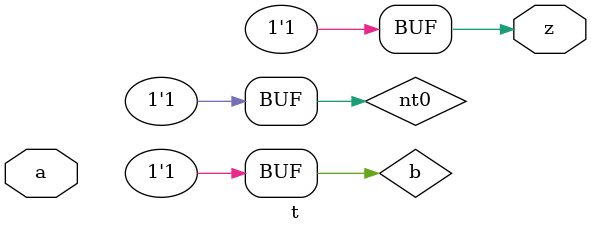
<source format=v>

module t (a,z);
   input a;
   output z;

   assign b = 1'b1;

   or   OR0 (nt0, a, b);

   assign z = nt0;
endmodule

</source>
